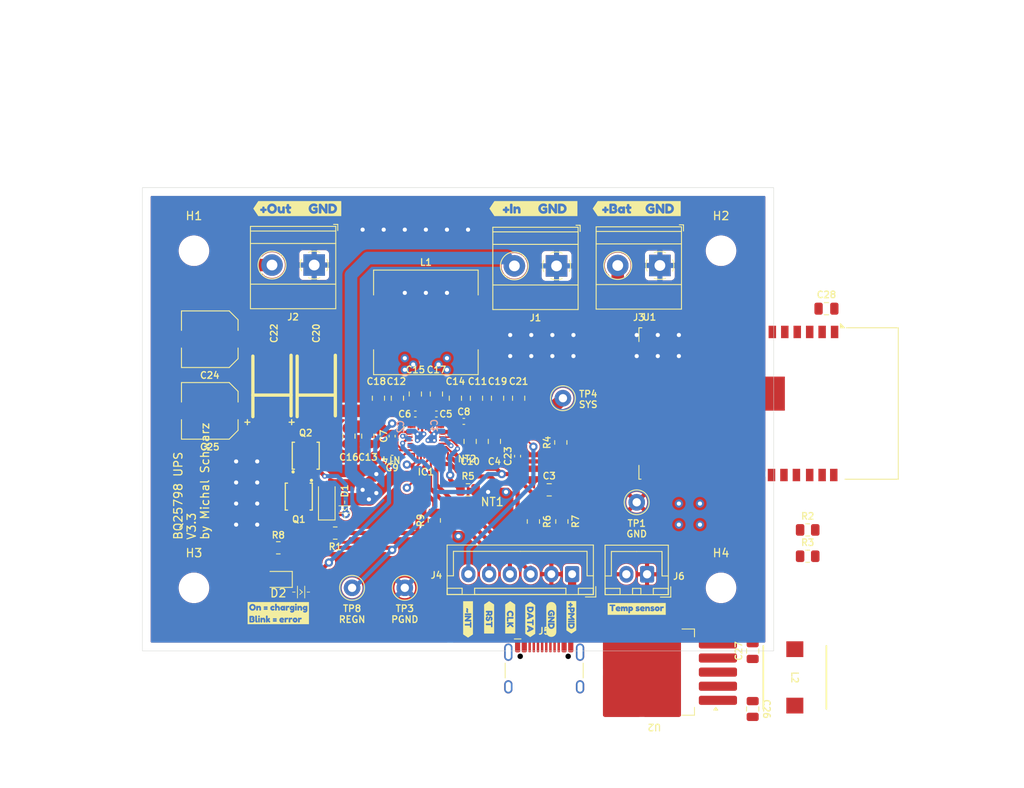
<source format=kicad_pcb>
(kicad_pcb (version 20240108) (generator "pcbnew") (generator_version "8.0")
  (layers (0 "F.Cu" signal) (1 "In1.Cu" power) (2 "In2.Cu" power) (31 "B.Cu" power) (34 "B.Paste" user) (35 "F.Paste" user) (36 "B.SilkS" user "B.Silkscreen") (37 "F.SilkS" user "F.Silkscreen") (38 "B.Mask" user) (39 "F.Mask" user) (44 "Edge.Cuts" user))
  (net 0 "")
  (net 1 "SW2")
  (net 2 "STAT")
  (net 3 "SW1")
  (net 4 "ILIM_HIZ")
  (net 5 "BTST2")
  (net 6 "VIN1")
  (net 7 "SDRV")
  (net 8 "TS")
  (net 9 "VBUS")
  (net 12 "BTST1")
  (net 13 "Net-(D1-K)")
  (net 14 "PMID")
  (net 15 "SYS")
  (net 16 "BATTERY")
  (net 17 "Net-(IC1-ACDRV1)")
  (net 18 "PGND")
  (net 19 "Net-(IC1-BATP)")
  (net 20 "Net-(IC1-PROG)")
  (net 22 "GND")
  (net 23 "REGN")
  (net 24 "Net-(D2-A)")
  (net 25 "Net-(D1-A)")
  (net 26 "Net-(IC1-VAC2)")
  (net 27 "Net-(NT4-Pad2)")
  (net 28 "/~RST")
  (net 29 "/I2C_SDA")
  (net 30 "/I2C_SCL")
  (net 31 "/~INT")
  (net 32 "Net-(U2-VIN)")
  (net 33 "Net-(U1-3V3)")
  (net 34 "Net-(J5-CC1)")
  (net 35 "Net-(J5-CC2)")
  (net 49 "Net-(U1-USB_D-)")
  (net 73 "Net-(U1-USB_D+)")
  (net 74 "Net-(U2-OUT)")
  (footprint "NetTie:NetTie-2_SMD_Pad0.5mm" (layer "F.Cu") (at 84.717 69.723 180)
    (property "Reference" "NT4")
    (property "Value" "~" (hide yes))
  )
  (footprint "kibuzzard-6810F0BF" (layer "F.Cu") (at 104.013 90.17 -90)
    (property "Reference" "kibuzzard-6810F0BF")
    (property "Value" "G***" (hide yes))
  )
  (footprint "Connector_JST:JST_XH_B2B-XH-A_1x02_P2.50mm_Vertical" (layer "F.Cu") (at 115.55 84.726 180)
    (property "Reference" "J6")
    (property "Value" "NTC temp sensor")
  )
  (footprint "Resistor_SMD:R_0805_2012Metric" (layer "F.Cu") (at 93.98 74.549)
    (property "Reference" "R5")
    (property "Value" "27k 1-2%")
  )
  (footprint "Resistor_SMD:R_0805_2012Metric" (layer "F.Cu") (at 105.283 78.359 -90)
    (property "Reference" "R7")
    (property "Value" "33k")
  )
  (footprint "Capacitor_SMD:C_0402_1005Metric" (layer "F.Cu") (at 99.949 70.485 90)
    (property "Reference" "C23")
    (property "Value" "47n 25V")
  )
  (footprint "mouser (samacsys):BQ25798RQMR_smaller_protected_area" (layer "F.Cu") (at 88.9 68.58)
    (property "Reference" "IC1")
    (property "Value" "BQ25798RQMR" (hide yes))
  )
  (footprint "Resistor_SMD:R_0805_2012Metric" (layer "F.Cu") (at 105.156 68.834 90)
    (property "Reference" "R4")
    (property "Value" "100R")
  )
  (footprint "kibuzzard-680F50CE" (layer "F.Cu") (at 101.854 40.64)
    (property "Reference" "kibuzzard-680F50CE")
    (property "Value" "G***" (hide yes))
  )
  (footprint "Resistor_SMD:R_0805_2012Metric" (layer "F.Cu") (at 71.12 81.534 180)
    (property "Reference" "R8")
    (property "Value" "2k2")
  )
  (footprint "Capacitor_SMD:C_0805_2012Metric" (layer "F.Cu") (at 81.905 68.072 -90)
    (property "Reference" "C13")
    (property "Value" "10u 25V")
  )
  (footprint "kibuzzard-680F5553" (layer "F.Cu") (at 71.12 89.408)
    (property "Reference" "kibuzzard-680F5553")
    (property "Value" "G***" (hide yes))
  )
  (footprint "Capacitor_SMD:C_0805_2012Metric" (layer "F.Cu") (at 90.17 62.992 90)
    (property "Reference" "C17")
    (property "Value" "10u 25V")
  )
  (footprint "RF_Module:ESP32-S2-WROVER" (layer "F.Cu") (at 126.365 64.135 -90)
    (property "Reference" "U1")
    (property "Value" "ESP32-S2-WROVER")
  )
  (footprint "NetTie:NetTie-2_SMD_Pad0.5mm" (layer "F.Cu") (at 93.853 72.009)
    (property "Reference" "NT2")
    (property "Value" "~" (hide yes))
  )
  (footprint "Capacitor_SMD:C_0805_2012Metric" (layer "F.Cu") (at 85.471 63.5 90)
    (property "Reference" "C12")
    (property "Value" "10u 25V")
  )
  (footprint "Capacitor_SMD:C_0805_2012Metric" (layer "F.Cu") (at 100.076 63.5 90)
    (property "Reference" "C21")
    (property "Value" "10u 25V")
  )
  (footprint "kibuzzard-68570239" (layer "F.Cu") (at 106.426 89.916 -90)
    (property "Reference" "kibuzzard-68570239" (hide yes))
    (property "Value" "G***" (hide yes))
  )
  (footprint "TerminalBlock_Phoenix:TerminalBlock_Phoenix_MKDS-1,5-2-5.08_1x02_P5.08mm_Horizontal" (layer "F.Cu") (at 104.643 47.549 180)
    (property "Reference" "J1")
    (property "Value" "Input 12V DC")
  )
  (footprint "Inductor_SMD:L_12x12mm_H6mm" (layer "F.Cu") (at 88.9 54.356 180)
    (property "Reference" "L1")
    (property "Value" "2.2uH")
  )
  (footprint "MountingHole:MountingHole_3.2mm_M3" (layer "F.Cu") (at 124.46 86.36)
    (property "Reference" "H4")
    (property "Value" "MountingHole")
  )
  (footprint "TestPoint:TestPoint_Loop_D1.80mm_Drill1.0mm_Beaded" (layer "F.Cu") (at 105.41 63.5)
    (property "Reference" "TP4")
    (property "Value" "SYS")
  )
  (footprint "mouser (samacsys):INDPM7676X435N" (layer "F.Cu") (at 133.35 97.155 -90)
    (property "Reference" "L2")
    (property "Value" "68 uH" (hide yes))
  )
  (footprint "TestPoint:TestPoint_Loop_D1.80mm_Drill1.0mm_Beaded" (layer "F.Cu") (at 114.3 76.0476)
    (property "Reference" "TP1")
    (property "Value" "GND")
  )
  (footprint "TerminalBlock_Phoenix:TerminalBlock_Phoenix_MKDS-1,5-2-5.08_1x02_P5.08mm_Horizontal" (layer "F.Cu") (at 117.094 47.498 180)
    (property "Reference" "J3")
    (property "Value" "Battery")
  )
  (footprint "Capacitor_SMD:C_Elec_6.3x5.8" (layer "F.Cu") (at 62.865 65.024 180)
    (property "Reference" "C25")
    (property "Value" "47u low ESR")
  )
  (footprint "Diode_SMD:D_SOD-123" (layer "F.Cu") (at 76.962 75.818 90)
    (property "Reference" "D1")
    (property "Value" "12V")
  )
  (footprint "kibuzzard-6810F0D5" (layer "F.Cu") (at 96.52 89.916 -90)
    (property "Reference" "kibuzzard-6810F0D5")
    (property "Value" "G***" (hide yes))
  )
  (footprint "kibuzzard-6810EFE9" (layer "F.Cu") (at 101.473 90.17 -90)
    (property "Reference" "kibuzzard-6810EFE9")
    (property "Value" "G***" (hide yes))
  )
  (footprint "Capacitor_SMD:C_0805_2012Metric" (layer "F.Cu") (at 94.996 63.5 90)
    (property "Reference" "C11")
    (property "Value" "10u 25V")
  )
  (footprint "TestPoint:TestPoint_Loop_D1.80mm_Drill1.0mm_Beaded" (layer "F.Cu") (at 80.01 86.36)
    (property "Reference" "TP8")
    (property "Value" "REGN")
  )
  (footprint "Resistor_SMD:R_0805_2012Metric" (layer "F.Cu") (at 134.8975 82.55)
    (property "Reference" "R3")
    (property "Value" "5k1")
  )
  (footprint "Capacitor_SMD:C_0805_2012Metric" (layer "F.Cu") (at 87.63 62.992 90)
    (property "Reference" "C15")
    (property "Value" "10u 25V")
  )
  (footprint "kibuzzard-680F50E1" (layer "F.Cu") (at 114.3 40.64)
    (property "Reference" "kibuzzard-680F50E1")
    (property "Value" "G***" (hide yes))
  )
  (footprint "easyeda2kicad:CASE-D_7343" (layer "F.Cu") (at 70.358 62.024 -90)
    (property "Reference" "C22")
    (property "Value" "47u POSCAP")
  )
  (footprint "MountingHole:MountingHole_3.2mm_M3" (layer "F.Cu") (at 124.46 45.72)
    (property "Reference" "H2")
    (property "Value" "MountingHole")
  )
  (footprint "Connector_JST:JST_XH_B6B-XH-A_1x06_P2.50mm_Vertical" (layer "F.Cu") (at 106.52 84.709 180)
    (property "Reference" "J4")
    (property "Value" "Conn_01x06_Pin")
  )
  (footprint "Capacitor_SMD:C_0805_2012Metric" (layer "F.Cu") (at 97.155 68.707 -90)
    (property "Reference" "C4")
    (property "Value" "10u 25V")
  )
  (footprint "kibuzzard-6810F062" (layer "F.Cu") (at 93.98 90.17 -90)
    (property "Reference" "kibuzzard-6810F062")
    (property "Value" "G***" (hide yes))
  )
  (footprint "Capacitor_SMD:C_0805_2012Metric" (layer "F.Cu") (at 92.456 63.5 90)
    (property "Reference" "C14")
    (property "Value" "10u 25V")
  )
  (footprint "kibuzzard-680F50F5" (layer "F.Cu") (at 73.406 40.64)
    (property "Reference" "kibuzzard-680F50F5")
    (property "Value" "G***" (hide yes))
  )
  (footprint "Capacitor_SMD:C_0402_1005Metric" (layer "F.Cu") (at 93.472 66.294)
    (property "Reference" "C8")
    (property "Value" "1nF, 50V")
  )
  (footprint "kibuzzard-6810F0CD" (layer "F.Cu") (at 99.06 89.916 -90)
    (property "Reference" "kibuzzard-6810F0CD")
    (property "Value" "G***" (hide yes))
  )
  (footprint "MountingHole:MountingHole_3.2mm_M3" (layer "F.Cu") (at 60.96 86.36)
    (property "Reference" "H3")
    (property "Value" "MountingHole")
  )
  (footprint "TerminalBlock_Phoenix:TerminalBlock_Phoenix_MKDS-1,5-2-5.08_1x02_P5.08mm_Horizontal" (layer "F.Cu") (at 75.443 47.447 180)
    (property "Reference" "J2")
    (property "Value" "Output 12V DC")
  )
  (footprint "Capacitor_SMD:C_0402_1005Metric" (layer "F.Cu") (at 84.836 68.072 -90)
    (property "Reference" "C7")
    (property "Value" "100n 25V")
  )
  (footprint "Capacitor_SMD:C_0402_1005Metric" (layer "F.Cu") (at 87.63 65.405)
    (property "Reference" "C6")
    (property "Value" "100n 25V")
  )
  (footprint "Capacitor_SMD:C_0805_2012Metric" (layer "F.Cu") (at 97.536 63.5 90)
    (property "Reference" "C19")
    (property "Value" "10u 25V")
  )
  (footprint "easyeda2kicad:CASE-D_7343" (layer "F.Cu") (at 75.692 62.024 -90)
    (property "Reference" "C20")
    (property "Value" "47u POSCAP")
  )
  (footprint "Capacitor_SMD:C_0402_1005Metric" (layer "F.Cu") (at 90.17 65.405 180)
    (property "Reference" "C5")
    (property "Value" "100n 25V")
  )
  (footprint "Resistor_SMD:R_0805_2012Metric" (layer "F.Cu") (at 89.916 78.232 90)
    (property "Reference" "R9")
    (property "Value" "10k")
  )
  (footprint "easyeda2kicad:DFN-8_L3.3-W3.3-P0.65-BL-3" (layer "F.Cu") (at 74.422 70.414)
    (property "Reference" "Q2")
    (property "Value" "AON7528")
  )
  (footprint "Capacitor_SMD:C_0805_2012Metric" (layer "F.Cu") (at 94.234 68.707 -90)
    (property "Reference" "C10")
    (property "Value" "10u 25V")
  )
  (footprint "Connector_USB:USB_C_Receptacle_HCTL_HC-TYPE-C-16P-01A" (layer "F.Cu") (at 103.155 97.22)
    (property "Reference" "J5")
    (property "Value" "USB_C_Receptacle_USB2.0_14P")
  )
  (footprint "Resistor_SMD:R_0805_2012Metric" (layer "F.Cu") (at 134.8975 79.375)
    (property "Reference" "R2")
    (property "Value" "5k1")
  )
  (footprint "MountingHole:MountingHole_3.2mm_M3" (layer "F.Cu") (at 60.96 45.72)
    (property "Reference" "H1")
    (property "Value" "MountingHole")
  )
  (footprint "Capacitor_SMD:C_0805_2012Metric" (layer "F.Cu") (at 137.16 52.705)
    (property "Reference" "C28")
    (property "Value" "10u 25V")
  )
  (footprint "kibuzzard-680FCC32" (layer "F.Cu") (at 114.3 88.9)
    (property "Reference" "kibuzzard-680FCC32")
    (property "Value" "G***" (hide yes))
  )
  (footprint "LED_SMD:LED_0805_2012Metric" (layer "F.Cu") (at 71.12 85.344 180)
    (property "Reference" "D2")
    (property "Value" "LED")
  )
  (footprint "Capacitor_SMD:C_Elec_6.3x5.8" (layer "F.Cu") (at 62.865 56.388 180)
    (property "Reference" "C24")
    (property "Value" "47u low ESR")
  )
  (footprint "Resistor_SMD:R_0805_2012Metric" (layer "F.Cu") (at 77.978 79.756 180)
    (property "Reference" "R1")
    (property "Value" "270R")
  )
  (footprint "Capacitor_SMD:C_0805_2012Metric" (layer "F.Cu") (at 103.759 74.549)
    (property "Reference" "C3")
    (property "Value" "4.7u 10V")
  )
  (footprint "NetTie:NetTie-2_SMD_Pad0.5mm" (layer "F.Cu") (at 96.893 74.803 180)
    (property "Reference" "NT1")
    (property "Value" "~" (hide yes))
  )
  (footprint "Package_TO_SOT_SMD:TO-263-5_TabPin3" (layer "F.Cu") (at 116.435 96.52 180)
    (property "Reference" "U2")
    (property "Value" "LM2596S-3.3")
  )
  (footprint "Capacitor_SMD:C_0805_2012Metric" (layer "F.Cu") (at 79.629 68.072 -90)
    (property "Reference" "C16")
    (property "Value" "10u 25V")
  )
  (footprint "Resistor_SMD:R_0805_2012Metric" (layer "F.Cu") (at 101.854 78.359 -90)
    (property "Reference" "R6")
    (property "Value" "5k6")
  )
  (footprint "easyeda2kicad:DFN-8_L3.3-W3.3-P0.65-BL-3" (layer "F.Cu") (at 73.594 75.374 180)
    (property "Reference" "Q1")
    (property "Value" "AON7528")
  )
  (footprint "TestPoint:TestPoint_Loop_D1.80mm_Drill1.0mm_Beaded" (layer "F.Cu") (at 86.36 86.36)
    (property "Reference" "TP3")
    (property "Value" "PGND")
  )
  (footprint "Capacitor_SMD:C_0402_1005Metric" (layer "F.Cu") (at 84.836 70.739 180)
    (property "Reference" "C9")
    (property "Value" "100n 25V")
  )
  (footprint "Capacitor_SMD:C_0805_2012Metric" (layer "F.Cu") (at 128.27 100.965 -90)
    (property "Reference" "C26")
    (property "Value" "470u 50V")
  )
  (footprint "Capacitor_SMD:C_0805_2012Metric" (layer "F.Cu") (at 83.185 63.5 90)
    (property "Reference" "C18")
    (property "Value" "10u 25V")
  )
  (footprint "Capacitor_SMD:C_0805_2012Metric" (layer "F.Cu") (at 128.27 93.98 90)
    (property "Reference" "C27")
    (property "Value" "220u 25V")
  )
  (footprint "Capacitor_SMD:C_0402_1005Metric" (layer "B.Cu") (at 86.868 67.945 90)
    (property "Reference" "C2")
    (property "Value" "47n 25V")
  )
  (footprint "Capacitor_SMD:C_0402_1005Metric" (layer "B.Cu") (at 90.932 67.945 -90)
    (property "Reference" "C1")
    (property "Value" "47n 25V")
  )
  (gr_rect (start 54.748458 38.109314) (end 130.797338 93.967338) (stroke (width 0.05)) (fill none) (layer "Edge.Cuts"))
  (gr_text "BQ25798 UPS\nV3.3\nby Michal Schwarz" (at 62.865 80.645 90) (layer "F.SilkS") (effects (font (size 1 1) (thickness 0.15) (bold yes)) (justify left bottom)))
  (gr_text "+" (at 66.802 66.802 0) (layer "F.SilkS") (effects (font (size 0.8 0.8) (thickness 0.15) (bold yes)) (justify left bottom)))
  (gr_text "-|<|-" (at 75.057 86.36 180) (layer "F.SilkS") (effects (font (size 1 0.4) (thickness 0.1) (bold yes)) (justify left bottom)))
  (gr_text "+" (at 72.136 66.802 0) (layer "F.SilkS") (effects (font (size 0.8 0.8) (thickness 0.15) (bold yes)) (justify left bottom)))
  (gr_text "-|<|-" (at 79.629 78.105 90) (layer "F.SilkS") (effects (font (size 1 0.4) (thickness 0.1) (bold yes)) (justify left bottom)))
  (segment (start 89.35 67.506) (end 89.662 67.818) (width 0.25) (layer "F.Cu") (net 1))
  (segment (start 89.35 66.88) (end 89.35 67.506) (width 0.25) (layer "F.Cu") (net 1))
  (segment (start 89.888 67.818) (end 89.888 67.846) (width 0.6) (layer "F.Cu") (net 1))
  (segment (start 89.888 68.552) (end 89.916 68.58) (width 0.6) (layer "F.Cu") (net 1))
  (segment (start 89.662 67.818) (end 89.888 67.818) (width 0.25) (layer "F.Cu") (net 1))
  (segment (start 89.888 67.846) (end 89.154 68.58) (width 0.6) (layer "F.Cu") (net 1))
  (segment (start 89.154 68.58) (end 89.916 68.58) (width 0.6) (layer "F.Cu") (net 1))
  (segment (start 93.85 54.356) (end 93.85 56.01) (width 1.5) (layer "F.Cu") (net 1))
  (segment (start 89.888 67.818) (end 89.888 68.552) (width 0.6) (layer "F.Cu") (net 1))
  (via (at 90.424 59.436) (size 1) (drill 0.5) (layers "F.Cu" "B.Cu") (net 1))
  (via (at 89.154 68.58) (size 0.6) (drill 0.3) (layers "F.Cu" "B.Cu") (net 1))
  (via (at 91.44 60.071) (size 1) (drill 0.5) (layers "F.Cu" "B.Cu") (net 1))
  (via (at 89.888 67.818) (size 0.6) (drill 0.3) (layers "F.Cu" "B.Cu") (net 1))
  (via (at 91.44 58.674) (size 1) (drill 0.5) (layers "F.Cu" "B.Cu") (net 1))
  (via (at 89.916 68.58) (size 0.6) (drill 0.3) (layers "F.Cu" "B.Cu") (net 1))
  (segment (start 89.916 67.818) (end 89.916 68.58) (width 0.6) (layer "B.Cu") (net 1))
  (segment (start 90.269 67.465) (end 89.154 68.58) (width 0.6) (layer "B.Cu") (net 1))
  (segment (start 90.269 67.465) (end 89.916 67.818) (width 0.6) (layer "B.Cu") (net 1))
  (segment (start 90.269 67.465) (end 90.932 67.465) (width 0.6) (layer "B.Cu") (net 1))
  (segment (start 89.154 68.58) (end 89.916 68.58) (width 0.6) (layer "B.Cu") (net 1))
  (segment (start 72.52 85.344) (end 75.184 85.344) (width 0.5) (layer "F.Cu") (net 2))
  (segment (start 75.184 85.344) (end 77.216 83.312) (width 0.5) (layer "F.Cu") (net 2))
  (segment (start 87.075 66.98) (end 86.643 66.548) (width 0.25) (layer "F.Cu") (net 2))
  (segment (start 86.643 66.548) (end 84.836 66.548) (width 0.25) (layer "F.Cu") (net 2))
  (via (at 77.216 83.312) (size 1) (drill 0.5) (layers "F.Cu" "B.Cu") (net 2))
  (via (at 84.836 66.548) (size 1) (drill 0.5) (layers "F.Cu" "B.Cu") (net 2))
  (segment (start 84.455 76.073) (end 77.216 83.312) (width 0.5) (layer "B.Cu") (net 2))
  (segment (start 82.804 70.657588) (end 84.455 72.308588) (width 0.5) (layer "B.Cu") (net 2))
  (segment (start 84.455 72.308588) (end 84.455 76.073) (width 0.5) (layer "B.Cu") (net 2))
  (segment (start 82.804 68.58) (end 82.804 70.657588) (width 0.5) (layer "B.Cu") (net 2))
  (segment (start 84.836 66.548) (end 82.804 68.58) (width 0.5) (layer "B.Cu") (net 2))
  (segment (start 87.884 67.818) (end 87.884 68.58) (width 0.6) (layer "F.Cu") (net 3))
  (segment (start 88.45 66.88) (end 88.45 67.76) (width 0.25) (layer "F.Cu") (net 3))
  (segment (start 83.95 54.356) (end 83.95 56.01) (width 1.5) (layer "F.Cu") (net 3))
  (segment (start 87.884 68.58) (end 88.646 67.818) (width 0.6) (layer "F.Cu") (net 3))
  (segment (start 88.45 67.76) (end 88.392 67.818) (width 0.25) (layer "F.Cu") (net 3))
  (segment (start 88.392 67.818) (end 88.646 67.818) (width 0.6) (layer "F.Cu") (net 3))
  (segment (start 87.884 67.818) (end 88.392 67.818) (width 0.6) (layer "F.Cu") (net 3))
  (via (at 87.884 67.818) (size 0.6) (drill 0.3) (layers "F.Cu" "B.Cu") (net 3))
  (via (at 87.884 68.58) (size 0.6) (drill 0.3) (layers "F.Cu" "B.Cu") (net 3))
  (via (at 87.376 59.436) (size 1) (drill 0.5) (layers "F.Cu" "B.Cu") (net 3))
  (via (at 88.646 67.818) (size 0.6) (drill 0.3) (layers "F.Cu" "B.Cu") (net 3))
  (via (at 86.36 60.071) (size 1) (drill 0.5) (layers "F.Cu" "B.Cu") (net 3))
  (via (at 86.36 58.674) (size 1) (drill 0.5) (layers "F.Cu" "B.Cu") (net 3))
  (segment (start 87.884 68.58) (end 88.646 67.818) (width 0.6) (layer "B.Cu") (net 3))
  (segment (start 86.868 67.465) (end 87.531 67.465) (width 0.6) (layer "B.Cu") (net 3))
  (segment (start 88.646 67.818) (end 87.884 67.818) (width 0.6) (layer "B.Cu") (net 3))
  (segment (start 87.531 67.465) (end 87.884 67.818) (width 0.6) (layer "B.Cu") (net 3))
  (segment (start 87.884 67.818) (end 87.884 68.58) (width 0.6) (layer "B.Cu") (net 3))
  (segment (start 90.75 69.78) (end 91.253 69.78) (width 0.25) (layer "F.Cu") (net 4))
  (segment (start 93.226 71.89) (end 93.226 72.009) (width 0.5) (layer "F.Cu") (net 4))
  (segment (start 91.567 70.739) (end 91.659 70.831) (width 0.5) (layer "F.Cu") (net 4))
  (segment (start 91.567 70.094) (end 91.567 70.739) (width 0.25) (layer "F.Cu") (net 4))
  (segment (start 91.253 69.78) (end 91.567 70.094) (width 0.25) (layer "F.Cu") (net 4))
  (segment (start 91.659 70.831) (end 92.167 70.831) (width 0.5) (layer "F.Cu") (net 4))
  (segment (start 92.167 70.831) (end 93.226 71.89) (width 0.5) (layer "F.Cu") (net 4))
  (segment (start 91.683229 69.218255) (end 91.444974 68.98) (width 0.25) (layer "F.Cu") (net 5))
  (segment (start 91.930719 69.218255) (end 91.683229 69.218255) (width 0.25) (layer "F.Cu") (net 5))
  (segment (start 91.444974 68.98) (end 90.76 68.98) (width 0.25) (layer "F.Cu") (net 5))
  (via (at 91.930719 69.218255) (size 0.6) (drill 0.3) (layers "F.Cu" "B.Cu") (net 5))
  (segment (start 91.137464 68.425) (end 90.932 68.425) (width 0.25) (layer "B.Cu") (net 5))
  (segment (start 91.930719 69.218255) (end 91.137464 68.425) (width 0.5) (layer "B.Cu") (net 5))
  (segment (start 81.28 74.549) (end 82.55 74.549) (width 1.5) (layer "F.Cu") (net 6))
  (segment (start 86.411 70.18) (end 86.233 70.358) (width 0.25) (layer "F.Cu") (net 6))
  (segment (start 82.55 74.549) (end 82.931 74.93) (width 1.5) (layer "F.Cu") (net 6))
  (segment (start 82.177 75.684) (end 82.05 75.684) (width 1.5) (layer "F.Cu") (net 6))
  (segment (start 85.344 72.517) (end 82.931 74.93) (width 1.5) (layer "F.Cu") (net 6))
  (segment (start 86.233 70.358) (end 85.697 70.358) (width 0.25) (layer "F.Cu") (net 6))
  (segment (start 82.05 75.684) (end 82.042 75.692) (width 1.5) (layer "F.Cu") (net 6))
  (segment (start 82.034 75.684) (end 81.28 75.684) (width 1.5) (layer "F.Cu") (net 6))
  (segment (start 87.05 70.18) (end 86.411 70.18) (width 0.25) (layer "F.Cu") (net 6))
  (segment (start 85.316 72.489) (end 85.344 72.517) (width 0.5) (layer "F.Cu") (net 6))
  (segment (start 85.697 70.358) (end 85.316 70.739) (width 0.25) (layer "F.Cu") (net 6))
  (segment (start 82.042 75.692) (end 82.034 75.684) (width 1.5) (layer "F.Cu") (net 6))
  (segment (start 81.28 75.684) (end 81.28 74.549) (width 1.5) (layer "F.Cu") (net 6))
  (segment (start 81.28 75.684) (end 73.594 75.684) (width 1.5) (layer "F.Cu") (net 6))
  (segment (start 85.316 70.739) (end 85.316 72.489) (width 0.5) (layer "F.Cu") (net 6))
  (segment (start 82.931 74.93) (end 82.177 75.684) (width 1.5) (layer "F.Cu") (net 6))
  (via (at 81.28 74.549) (size 1) (drill 0.5) (layers "F.Cu" "B.Cu") (net 6))
  (via (at 82.931 74.93) (size 1) (drill 0.5) (layers "F.Cu" "B.Cu") (net 6))
  (via (at 82.042 75.692) (size 1) (drill 0.5) (layers "F.Cu" "B.Cu") (net 6))
  (segment (start 81.28 73.914) (end 81.28 74.549) (width 1.5) (layer "B.Cu") (net 6))
  (segment (start 81.915 73.914) (end 81.28 73.914) (width 1.5) (layer "B.Cu") (net 6))
  (segment (start 81.915 46.609) (end 79.883 48.641) (width 1.5) (layer "B.Cu") (net 6))
  (segment (start 99.563 47.549) (end 98.623 46.609) (width 1.5) (layer "B.Cu") (net 6))
  (segment (start 82.296 75.565) (end 82.804 75.057) (width 1.5) (layer "B.Cu") (net 6))
  (segment (start 81.28 75.565) (end 82.296 75.565) (width 1.5) (layer "B.Cu") (net 6))
  (segment (start 81.28 74.549) (end 81.28 75.565) (width 1.5) (layer "B.Cu") (net 6))
  (segment (start 79.883 48.641) (end 79.883 72.517) (width 1.5) (layer "B.Cu") (net 6))
  (segment (start 82.931 74.93) (end 81.915 73.914) (width 1.5) (layer "B.Cu") (net 6))
  (segment (start 98.623 46.609) (end 81.915 46.609) (width 1.5) (layer "B.Cu") (net 6))
  (segment (start 79.883 72.517) (end 81.28 73.914) (width 1.5) (layer "B.Cu") (net 6))
  (segment (start 90.725 66.98) (end 91.411 66.294) (width 0.25) (layer "F.Cu") (net 7))
  (segment (start 91.411 66.294) (end 92.71 66.294) (width 0.25) (layer "F.Cu") (net 7))
  (segment (start 90.55 70.18) (end 90.3 70.43) (width 0.25) (layer "F.Cu") (net 8))
  (segment (start 91.116 71.431) (end 91.878 71.431) (width 0.5) (layer "F.Cu") (net 8))
  (segment (start 101.854 79.2715) (end 105.283 79.2715) (width 0.5) (layer "F.Cu") (net 8))
  (segment (start 99.949 77.3665) (end 101.854 79.2715) (width 0.5) (layer "F.Cu") (net 8))
  (segment (start 97.546474 73.787) (end 99.06 73.787) (width 0.5) (layer "F.Cu") (net 8))
  (segment (start 91.059 71.374) (end 90.3 70.615) (width 0.25) (layer "F.Cu") (net 8))
  (segment (start 91.059 71.374) (end 91.116 71.431) (width 0.5) (layer "F.Cu") (net 8))
  (segment (start 110.7375 84.726) (end 113.05 84.726) (width 0.5) (layer "F.Cu") (net 8))
  (segment (start 99.949 74.676) (end 99.949 77.3665) (width 0.5) (layer "F.Cu") (net 8))
  (segment (start 96.694474 72.935) (end 97.546474 73.787) (width 0.5) (layer "F.Cu") (net 8))
  (segment (start 91.878 71.431) (end 92.626 72.179) (width 0.5) (layer "F.Cu") (net 8))
  (segment (start 105.283 79.2715) (end 110.7375 84.726) (width 0.5) (layer "F.Cu") (net 8))
  (segment (start 90.3 70.615) (end 90.3 70.43) (width 0.25) (layer "F.Cu") (net 8))
  (segment (start 99.06 73.787) (end 99.949 74.676) (width 0.5) (layer "F.Cu") (net 8))
  (segment (start 93.303472 72.935) (end 96.694474 72.935) (width 0.5) (layer "F.Cu") (net 8))
  (segment (start 90.753 70.18) (end 90.55 70.18) (width 0.25) (layer "F.Cu") (net 8))
  (segment (start 92.626 72.257528) (end 93.303472 72.935) (width 0.5) (layer "F.Cu") (net 8))
  (segment (start 92.626 72.179) (end 92.626 72.257528) (width 0.5) (layer "F.Cu") (net 8))
  (segment (start 84.836 67.592) (end 84.102 67.592) (width 0.5) (layer "F.Cu") (net 9))
  (segment (start 79.629 67.122) (end 79.822 66.929) (width 1.5) (layer "F.Cu") (net 9))
  (segment (start 84.102 67.592) (end 84.074 67.564) (width 0.5) (layer "F.Cu") (net 9))
  (segment (start 83.175 66.929) (end 83.683 67.437) (width 1.5) (layer "F.Cu") (net 9))
  (segment (start 79.822 66.929) (end 83.175 66.929) (width 1.5) (layer "F.Cu") (net 9))
  (segment (start 86.214 68.18) (end 86.106 68.072) (width 0.25) (layer "F.Cu") (net 12))
  (segment (start 87 68.18) (end 86.214 68.18) (width 0.25) (layer "F.Cu") (net 12))
  (via (at 86.106 68.072) (size 0.6) (drill 0.3) (layers "F.Cu" "B.Cu") (net 12))
  (segment (start 86.106 68.072) (end 86.388 68.072) (width 0.5) (layer "B.Cu") (net 12))
  (segment (start 86.388 68.072) (end 86.741 68.425) (width 0.5) (layer "B.Cu") (net 12))
  (segment (start 71.628 74.422) (end 72.136 73.914) (width 0.5) (layer "F.Cu") (net 13))
  (segment (start 78.486 77.47) (end 78.488 77.468) (width 0.5) (layer "F.Cu") (net 13))
  (segment (start 76.708 77.978) (end 72.263 77.978) (width 0.5) (layer "F.Cu") (net 13))
  (segment (start 78.484 77.468) (end 78.486 77.47) (width 0.5) (layer "F.Cu") (net 13))
  (segment (start 78.488 77.468) (end 79.246 77.468) (width 0.5) (layer "F.Cu") (net 13))
  (segment (start 76.962 79.6525) (end 77.0655 79.756) (width 0.5) (layer "F.Cu") (net 13))
  (segment (start 76.962 77.468) (end 78.484 77.468) (width 0.5) (layer "F.Cu") (net 13))
  (segment (start 79.246 77.468) (end 79.248 77.47) (width 0.5) (layer "F.Cu") (net 13))
  (segment (start 75.684 71.874) (end 76.708 72.898) (width 0.5) (layer "F.Cu") (net 13))
  (segment (start 75.402 71.874) (end 75.684 71.874) (width 0.5) (layer "F.Cu") (net 13))
  (segment (start 72.263 77.978) (end 71.628 77.343) (width 0.5) (layer "F.Cu") (net 13))
  (segment (start 76.962 77.468) (end 76.962 79.6525) (width 0.5) (layer "F.Cu") (net 13))
  (segment (start 72.136 73.914) (end 72.614 73.914) (width 0.5) (layer "F.Cu") (net 13))
  (segment (start 76.962 78.232) (end 76.708 77.978) (width 0.5) (layer "F.Cu") (net 13))
  (segment (start 76.962 77.468) (end 76.962 78.232) (width 0.5) (layer "F.Cu") (net 13))
  (segment (start 71.628 77.343) (end 71.628 74.422) (width 0.5) (layer "F.Cu") (net 13))
  (via (at 76.708 72.898) (size 0.6) (drill 0.3) (layers "F.Cu" "B.Cu") (net 13))
  (via (at 79.248 77.47) (size 1) (drill 0.5) (layers "F.Cu" "B.Cu") (net 13))
  (segment (start 76.708 72.898) (end 78.232 72.898) (width 0.5) (layer "B.Cu") (net 13))
  (segment (start 79.248 73.914) (end 79.248 77.47) (width 0.5) (layer "B.Cu") (net 13))
  (segment (start 78.232 72.898) (end 79.248 73.914) (width 0.5) (layer "B.Cu") (net 13))
  (segment (start 106.52 84.709) (end 106.52 86.774) (width 1) (layer "F.Cu") (net 14))
  (segment (start 88 66.88) (end 88 66.255) (width 0.25) (layer "F.Cu") (net 14))
  (segment (start 65.278 64.008) (end 65.278 48.768) (width 1.5) (layer "F.Cu") (net 14))
  (segment (start 87.785 66.04) (end 87.77351 66.04) (width 0.25) (layer "F.Cu") (net 14))
  (segment (start 86.548 65.024) (end 66.294 65.024) (width 1.5) (layer "F.Cu") (net 14))
  (segment (start 87.77351 66.04) (end 87.15 65.41649) (width 0.25) (layer "F.Cu") (net 14))
  (segment (start 70.358 89.154) (end 67.31 86.106) (width 1) (layer "F.Cu") (net 14))
  (segment (start 67.31 86.106) (end 67.31 65.024) (width 1) (layer "F.Cu") (net 14))
  (segment (start 88 66.255) (end 87.785 66.04) (width 0.25) (layer "F.Cu") (net 14))
  (segment (start 87.15 65.41649) (end 87.15 65.405) (width 0.25) (layer "F.Cu") (net 14))
  (segment (start 65.278 48.768) (end 66.599 47.447) (width 1.5) (layer "F.Cu") (net 14))
  (segment (start 66.294 65.024) (end 65.278 64.008) (width 1.5) (layer "F.Cu") (net 14))
  (segment (start 66.599 47.447) (end 70.363 47.447) (width 1.5) (layer "F.Cu") (net 14))
  (segment (start 106.52 86.774) (end 104.14 89.154) (width 1) (layer "F.Cu") (net 14))
  (segment (start 87.63 63.942) (end 86.548 65.024) (width 1) (layer "F.Cu") (net 14))
  (segment (start 104.14 89.154) (end 70.358 89.154) (width 1) (layer "F.Cu") (net 14))
  (segment (start 89.8 66.255) (end 90.65 65.405) (width 0.25) (layer "F.Cu") (net 15))
  (segment (start 91.059 64.831) (end 90.17 63.942) (width 1) (layer "F.Cu") (net 15))
  (segment (start 91.755 65.151) (end 91.059 65.151) (width 1) (layer "F.Cu") (net 15))
  (segment (start 103.966 64.944) (end 92.409 64.944) (width 1.5) (layer "F.Cu") (net 15))
  (segment (start 90.678 64.45) (end 90.17 63.942) (width 1) (layer "F.Cu") (net 15))
  (segment (start 91.059 65.151) (end 91.059 64.831) (width 1) (layer "F.Cu") (net 15))
  (segment (start 92.456 64.45) (end 90.678 64.45) (width 1) (layer "F.Cu") (net 15))
  (segment (start 89.8 66.88) (end 89.8 66.255) (width 0.25) (layer "F.Cu") (net 15))
  (segment (start 92.456 64.45) (end 91.755 65.151) (width 1) (layer "F.Cu") (net 15))
  (segment (start 105.41 63.5) (end 103.966 64.944) (width 1.5) (layer "F.Cu") (net 15))
  (segment (start 107.696 67.564) (end 92.71 67.564) (width 1) (layer "F.Cu") (net 16))
  (segment (start 90.8 67.78) (end 91.097 67.78) (width 0.25) (layer "F.Cu") (net 16))
  (segment (start 107.696 67.564) (end 112.014 63.246) (width 1.5) (layer "F.Cu") (net 16))
  (segment (start 91.129 67.38) (end 90.8 67.38) (width 0.25) (layer "F.Cu") (net 16))
  (segment (start 91.313 67.564) (end 92.71 67.564) (width 0.5) (layer "F.Cu") (net 16))
  (segment (start 91.313 67.564) (end 91.129 67.38) (width 0.25) (layer "F.Cu") (net 16))
  (segment (start 91.097 67.78) (end 91.313 67.564) (width 0.25) (layer "F.Cu") (net 16))
  (segment (start 112.014 63.246) (end 112.014 47.498) (width 1.5) (layer "F.Cu") (net 16))
  (segment (start 88.3 71.212) (end 88.3 70.48) (width 0.25) (layer "F.Cu") (net 17))
  (segment (start 87.884 71.882) (end 87.884 79.756) (width 0.5) (layer "F.Cu") (net 17))
  (segment (start 87.884 79.756) (end 78.8905 79.756) (width 0.5) (layer "F.Cu") (net 17))
  (segment (start 87.884 71.628) (end 88.3 71.212) (width 0.25) (layer "F.Cu") (net 17))
  (segment (start 87.884 71.882) (end 87.884 71.628) (width 0.25) (layer "F.Cu") (net 17))
  (segment (start 89.035 65.405) (end 88.9 65.54) (width 0.5) (layer "F.Cu") (net 18))
  (segment (start 88.9 65.913) (end 88.9 65.54) (width 0.25) (layer "F.Cu") (net 18))
  (segment (start 89.408 65.405) (end 89.69 65.405) (width 0.25) (layer "F.Cu") (net 18))
  (segment (start 88.9 65.913) (end 88.392 65.405) (width 0.25) (layer "F.Cu") (net 18))
  (segment (start 89.69 65.405) (end 89.035 65.405) (width 0.5) (layer "F.Cu") (net 18))
  (segment (start 88.9 66.88) (end 88.9 65.913) (width 0.25) (layer "F.Cu") (net 18))
  (segment (start 88.11 65.405) (end 88.765 65.405) (width 0.5) (layer "F.Cu") (net 18))
  (segment (start 88.9 65.913) (end 89.408 65.405) (width 0.25) (layer "F.Cu") (net 18))
  (segment (start 88.392 65.405) (end 88.11 65.405) (width 0.25) (layer "F.Cu") (net 18))
  (segment (start 88.765 65.405) (end 88.9 65.54) (width 0.5) (layer "F.Cu") (net 18))
  (via (at 91.44 50.8) (size 1) (drill 0.5) (layers "F.Cu" "B.Cu") (net 18))
  (via (at 104.14 58.42) (size 1) (drill 0.5) (layers "F.Cu" "B.Cu") (net 18))
  (via (at 99.06 58.42) (size 1) (drill 0.5) (layers "F.Cu" "B.Cu") (net 18))
  (via (at 66.04 76.2) (size 1) (drill 0.5) (layers "F.Cu" "B.Cu") (net 18))
  (via (at 83.82 43.18) (size 1) (drill 0.5) (layers "F.Cu" "B.Cu") (net 18))
  (via (at 119.38 55.88) (size 1) (drill 0.5) (layers "F.Cu" "B.Cu") (net 18))
  (via (at 68.58 71.12) (size 1) (drill 0.5) (layers "F.Cu" "B.Cu") (net 18))
  (via (at 104.14 55.88) (size 1) (drill 0.5) (layers "F.Cu" "B.Cu") (net 18))
  (via (at 101.6 55.88) (size 1) (drill 0.5) (layers "F.Cu" "B.Cu") (net 18))
  (via (at 91.44 43.18) (size 1) (drill 0.5) (layers "F.Cu" "B.Cu") (net 18))
  (via (at 106.68 55.88) (size 1) (drill 0.5) (layers "F.Cu" "B.Cu") (net 18))
  (via (at 86.36 50.8) (size 1) (drill 0.5) (layers "F.Cu" "B.Cu") (net 18))
  (via (at 119.38 58.42) (size 1) (drill 0.5) (layers "F.Cu" "B.Cu") (net 18))
  (via (at 116.84 58.42) (size 1) (drill 0.5) (layers "F.Cu" "B.Cu") (net 18))
  (via (at 106.68 58.42) (size 1) (drill 0.5) (layers "F.Cu" "B.Cu") (net 18))
  (via (at 114.3 58.42) (size 1) (drill 0.5) (layers "F.Cu" "B.Cu") (net 18))
  (via (at 81.28 43.18) (size 1) (drill 0.5) (layers "F.Cu" "B.Cu") (net 18))
  (via (at 88.9 43.18) (size 1) (drill 0.5) (layers "F.Cu" "B.Cu") (net 18))
  (via (at 93.98 43.18) (size 1) (drill 0.5) (layers "F.Cu" "B.Cu") (net 18))
  (via (at 68.58 76.2) (size 1) (drill 0.5) (layers "F.Cu" "B.Cu") (net 18))
  (via (at 96.393 74.803) (size 1) (drill 0.5) (layers "F.Cu" "B.Cu") (net 18))
  (via (at 66.04 71.12) (size 1) (drill 0.5) (layers "F.Cu" "B.Cu") (net 18))
  (via (at 66.04 73.66) (size 1) (drill 0.5) (layers "F.Cu" "B.Cu") (net 18))
  (via (at 116.84 55.88) (size 1) (drill 0.5) (layers "F.Cu" "B.Cu") (net 18))
  (via (at 101.6 58.42) (size 1) (drill 0.5) (layers "F.Cu" "B.Cu") (net 18))
  (via (at 86.36 43.18) (size 1) (drill 0.5) (layers "F.Cu" "B.Cu") (net 18))
  (via (at 68.58 78.74) (size 1) (drill 0.5) (layers "F.Cu" "B.Cu") (net 18))
  (via (at 66.04 78.74) (size 1) (drill 0.5) (layers "F.Cu" "B.Cu") (net 18))
  (via (at 68.58 73.66) (size 1) (drill 0.5) (layers "F.Cu" "B.Cu") (net 18))
  (via (at 82.931 72.644) (size 1) (drill 0.5) (layers "F.Cu" "B.Cu") (net 18))
  (via (at 88.9 50.8) (size 1) (drill 0.5) (layers "F.Cu" "B.Cu") (net 18))
  (via (at 99.06 55.88) (size 1) (drill 0.5) (layers "F.Cu" "B.Cu") (net 18))
  (via (at 114.3 55.88) (size 1) (drill 0.5) (layers "F.Cu" "B.Cu") (net 18))
  (segment (start 92.075 70.104) (end 92.071974 70.104) (width 0.25) (layer "F.Cu") (net 19))
  (segment (start 92.071974 70.104) (end 91.347974 69.38) (width 0.25) (layer "F.Cu") (net 19))
  (segment (start 92.456 70.231) (end 93.345 71.12) (width 0.5) (layer "F.Cu") (net 19))
  (segment (start 93.345 71.12) (end 103.7825 71.12) (width 0.5) (layer "F.Cu") (net 19))
  (segment (start 91.347974 69.38) (end 90.775 69.38) (width 0.25) (layer "F.Cu") (net 19))
  (segment (start 92.075 70.104) (end 92.202 70.231) (width 0.5) (layer "F.Cu") (net 19))
  (segment (start 92.202 70.231) (end 92.456 70.231) (width 0.5) (layer "F.Cu") (net 19))
  (segment (start 103.7825 71.12) (end 105.156 69.7465) (width 0.5) (layer "F.Cu") (net 19))
  (segment (start 91.821 73.3025) (end 93.0675 74.549) (width 0.5) (layer "F.Cu") (net 20))
  (segment (start 92.71 69.596) (end 92.71 69.255073) (width 0.25) (layer "F.Cu") (net 20))
  (segment (start 92.034927 68.58) (end 90.8 68.58) (width 0.25) (layer "F.Cu") (net 20))
  (segment (start 92.71 69.255073) (end 92.034927 68.58) (width 0.25) (layer "F.Cu") (net 20))
  (segment (start 91.821 72.771) (end 91.821 73.3025) (width 0.5) (layer "F.Cu") (net 20))
  (via (at 91.821 72.771) (size 1) (drill 0.5) (layers "F.Cu" "B.Cu") (net 20))
  (via (at 92.71 69.596) (size 0.6) (drill 0.3) (layers "F.Cu" "B.Cu") (net 20))
  (segment (start 91.821 72.771) (end 91.821 70.485) (width 0.5) (layer "B.Cu") (net 20))
  (segment (start 91.821 70.485) (end 92.71 69.596) (width 0.5) (layer "B.Cu") (net 20))
  (segment (start 98.552 74.803) (end 97.393 74.803) (width 0.5) (layer "F.Cu") (net 22))
  (segment (start 104.02 84.709) (end 103.485 84.709) (width 0.5) (layer "F.Cu") (net 22))
  (segment (start 87.9 70.953275) (end 87.9 70.48) (width 0.25) (layer "F.Cu") (net 22))
  (segment (start 87.249 71.604275) (end 87.9 70.953275) (width 0.25) (layer "F.Cu") (net 22))
  (segment (start 86.717275 71.604275) (end 86.614 71.501) (width 0.5) (layer "F.Cu") (net 22))
  (segment (start 87.249 73.66) (end 87.249 71.604275) (width 0.25) (layer "F.Cu") (net 22))
  (segment (start 87.249 71.604275) (end 86.717275 71.604275) (width 0.5) (layer "F.Cu") (net 22))
  (segment (start 104.02 84.081) (end 104.02 84.709) (width 0.5) (layer "F.Cu") (net 22))
  (segment (start 89.916 79.1445) (end 91.821 79.1445) (width 0.5) (layer "F.Cu") (net 22))
  (segment (start 86.614 74.295) (end 87.249 73.66) (width 0.25) (layer "F.Cu") (net 22))
  (segment (start 91.821 79.1445) (end 92.8135 80.137) (width 0.5) (layer "F.Cu") (net 22))
  (via (at 119.38 76.2) (size 1) (drill 0.5) (layers "F.Cu" "B.Cu") (net 22))
  (via (at 121.92 78.74) (size 1) (drill 0.5) (layers "F.Cu" "B.Cu") (net 22))
  (via (at 86.614 74.295) (size 1) (drill 0.5) (layers "F.Cu" "B.Cu") (net 22))
  (via (at 121.92 76.2) (size 1) (drill 0.5) (layers "F.Cu" "B.Cu") (net 22))
  (via (at 119.38 78.74) (size 1) (drill 0.5) (layers "F.Cu" "B.Cu") (net 22))
  (via (at 86.614 71.501) (size 1) (drill 0.5) (layers "F.Cu" "B.Cu") (net 22))
  (via (at 98.552 74.803) (size 1) (drill 0.5) (layers "F.Cu" "B.Cu") (net 22))
  (via (at 92.8135 80.137) (size 1) (drill 0.5) (layers "F.Cu" "B.Cu") (net 22))
  (segment (start 97.409 72.009) (end 94.226 72.009) (width 0.5) (layer "F.Cu") (net 23))
  (segment (start 86.106 68.924) (end 86.45 68.58) (width 0.25) (layer "F.Cu") (net 23))
  (segment (start 102.809 74.549) (end 102.2775 75.0805) (width 0.5) (layer "F.Cu") (net 23))
  (segment (start 98.044 72.644) (end 99.4175 72.644) (width 0.5) (layer "F.Cu") (net 23))
  (segment (start 99.4175 72.644) (end 101.854 75.0805) (width 0.5) (layer "F.Cu") (net 23))
  (segment (start 98.044 72.644) (end 97.409 72.009) (width 0.5) (layer "F.Cu") (net 23))
  (segment (start 102.2775 75.0805) (end 101.854 75.0805) (width 0.5) (layer "F.Cu") (net 23))
  (segment (start 84.582 81.534) (end 72.0325 81.534) (width 0.5) (layer "F.Cu") (net 23))
  (segment (start 84.836 81.788) (end 84.582 81.534) (width 0.5) (layer "F.Cu") (net 23))
  (segment (start 101.854 75.0805) (end 101.854 77.4465) (width 0.5) (layer "F.Cu") (net 23))
  (segment (start 86.45 68.58) (end 87 68.58) (width 0.25) (layer "F.Cu") (net 23))
  (via (at 86.106 68.924) (size 0.6) (drill 0.3) (layers "F.Cu" "B.Cu") (net 23))
  (via (at 98.044 72.644) (size 1) (drill 0.5) (layers "F.Cu" "B.Cu") (net 23))
  (via (at 84.836 81.788) (size 1) (drill 0.5) (layers "F.Cu" "B.Cu") (net 23))
  (segment (start 87.776 71.12) (end 86.106 69.45) (width 0.5) (layer "B.Cu") (net 23))
  (segment (start 80.264 86.36) (end 90.043 76.581) (width 0.5) (layer "B.Cu") (net 23))
  (segment (start 96.393 72.644) (end 94.234 74.803) (width 0.5) (layer "B.Cu") (net 23))
  (segment (start 88.519 71.12) (end 87.776 71.12) (width 0.5) (layer "B.Cu") (net 23))
  (segment (start 90.043 72.644) (end 88.519 71.12) (width 0.5) (layer "B.Cu") (net 23))
  (segment (start 90.043 76.581) (end 90.043 72.644) (width 0.5) (layer "B.Cu") (net 23))
  (segment (start 94.234 74.803) (end 90.043 74.803) (width 0.5) (layer "B.Cu") (net 23))
  (segment (start 98.044 72.644) (end 96.393 72.644) (width 0.5) (layer "B.Cu") (net 23))
  (segment (start 86.106 69.45) (end 86.106 68.924) (width 0.5) (layer "B.Cu") (net 23))
  (segment (start 70.2075 85.319) (end 70.1825 85.344) (width 0.5) (layer "F.Cu") (net 24))
  (segment (start 70.2075 81.534) (end 70.2075 85.319) (width 0.5) (layer "F.Cu") (net 24))
  (segment (start 73.442 71.874) (end 73.442 73.746) (width 0.5) (layer "F.Cu") (net 25))
  (segment (start 73.442 71.874) (end 74.742 71.874) (width 0.5) (layer "F.Cu") (net 25))
  (segment (start 74.742 71.874) (end 74.742 73.746) (width 0.5) (layer "F.Cu") (net 25))
  (segment (start 74.742 73.746) (end 74.574 73.914) (width 0.5) (layer "F.Cu") (net 25))
  (segment (start 74.102 71.874) (end 74.102 73.726) (width 0.5) (layer "F.Cu") (net 25))
  (segment (start 73.442 73.746) (end 73.274 73.914) (width 0.5) (layer "F.Cu") (net 25))
  (segment (start 74.828 74.168) (end 74.574 73.914) (width 0.25) (layer "F.Cu") (net 25))
  (segment (start 76.962 74.168) (end 74.828 74.168) (width 0.5) (layer "F.Cu") (net 25))
  (segment (start 73.274 73.914) (end 74.574 73.914) (width 0.5) (layer "F.Cu") (net 25))
  (segment (start 74.102 73.726) (end 73.914 73.914) (width 0.5) (layer "F.Cu") (net 25))
  (segment (start 85.471 69.145) (end 86.106 69.78) (width 0.25) (layer "F.Cu") (net 26))
  (segment (start 86.323463 67.547) (end 85.888537 67.547) (width 0.25) (layer "F.Cu") (net 26))
  (segment (start 85.217 69.723) (end 85.274 69.78) (width 0.25) (layer "F.Cu") (net 26))
  (segment (start 86.703 67.78) (end 87 67.78) (width 0.25) (layer "F.Cu") (net 26))
  (segment (start 86.487 67.564) (end 86.703 67.78) (width 0.25) (layer "F.Cu") (net 26))
  (segment (start 85.471 67.964537) (end 85.471 69.145) (width 0.25) (layer "F.Cu") (net 26))
  (segment (start 86.671 67.38) (end 86.487 67.564) (width 0.25) (layer "F.Cu") (net 26))
  (segment (start 86.340463 67.564) (end 86.323463 67.547) (width 0.25) (layer "F.Cu") (net 26))
  (segment (start 87 67.38) (end 86.671 67.38) (width 0.25) (layer "F.Cu") (net 26))
  (segment (start 86.106 69.78) (end 87 69.78) (width 0.25) (layer "F.Cu") (net 26))
  (segment (start 86.487 67.564) (end 86.340463 67.564) (width 0.25) (layer "F.Cu") (net 26))
  (segment (start 85.274 69.78) (end 86.106 69.78) (width 0.25) (layer "F.Cu") (net 26))
  (segment (start 85.888537 67.547) (end 85.471 67.964537) (width 0.25) (layer "F.Cu") (net 26))
  (segment (start 75.819 70.104) (end 77.978 72.263) (width 1.5) (layer "F.Cu") (net 27))
  (segment (start 84.217 69.723) (end 83.693 69.723) (width 0.5) (layer "F.Cu") (net 27))
  (segment (start 81.153 72.263) (end 82.804 70.612) (width 1.5) (layer "F.Cu") (net 27))
  (segment (start 75.438 69.088) (end 74.422 70.104) (width 0.25) (layer "F.Cu") (net 27))
  (segment (start 74.422 70.104) (end 75.819 70.104) (width 1.5) (layer "F.Cu") (net 27))
  (segment (start 83.693 69.723) (end 82.804 70.612) (width 0.5) (layer "F.Cu") (net 27))
  (segment (start 77.978 72.263) (end 81.153 72.263) (width 1.5) (layer "F.Cu") (net 27))
  (segment (start 91.0355 77.3195) (end 92.71 78.994) (width 0.5) (layer "F.Cu") (net 28))
  (segment (start 89.916 75.946) (end 89.916 77.3195) (width 0.5) (layer "F.Cu") (net 28))
  (segment (start 88.646 74.676) (end 89.916 75.946) (width 0.5) (layer "F.Cu") (net 28))
  (segment (start 88.646 71.882) (end 88.646 71.464249) (width 0.25) (layer "F.Cu") (net 28))
  (segment (start 93.472 78.994) (end 96.52 82.042) (width 0.5) (layer "F.Cu") (net 28))
  (segment (start 92.71 78.994) (end 93.472 78.994) (width 0.5) (layer "F.Cu") (net 28))
  (segment (start 89.1 71.010249) (end 89.1 70.48) (width 0.25) (layer "F.Cu") (net 28))
  (segment (start 89.916 77.3195) (end 91.0355 77.3195) (width 0.5) (layer "F.Cu") (net 28))
  (segment (start 96.52 82.042) (end 96.52 84.709) (width 0.5) (layer "F.Cu") (net 28))
  (segment (start 88.646 71.464249) (end 89.1 71.010249) (width 0.25) (layer "F.Cu") (net 28))
  (segment (start 88.646 71.882) (end 88.646 74.676) (width 0.5) (layer "F.Cu") (net 28))
  (segment (start 90.17 71.247) (end 89.9 70.977) (width 0.25) (layer "F.Cu") (net 29))
  (segment (start 90.17 73.914) (end 93.726 77.47) (width 0.5) (layer "F.Cu") (net 29))
  (segment (start 90.17 71.882) (end 90.17 71.247) (width 0.25) (layer "F.Cu") (net 29))
  (segment (start 101.52 84.502) (end 101.52 84.709) (width 0.5) (layer "F.Cu") (net 29))
  (segment (start 94.488 77.47) (end 101.52 84.502) (width 0.5) (layer "F.Cu") (net 29))
  (segment (start 89.9 70.977) (end 89.9 70.48) (width 0.25) (layer "F.Cu") (net 29))
  (segment (start 90.17 71.882) (end 90.17 73.914) (width 0.5) (layer "F.Cu") (net 29))
  (segment (start 101.52 83.9205) (end 101.52 84.709) (width 0.5) (layer "F.Cu") (net 29))
  (segment (start 93.726 77.47) (end 94.488 77.47) (width 0.5) (layer "F.Cu") (net 29))
  (segment (start 93.297 78.232) (end 93.98 78.232) (width 0.5) (layer "F.Cu") (net 30))
  (segment (start 99.02 83.907) (end 99.02 84.709) (width 0.5) (layer "F.Cu") (net 30))
  (segment (start 89.408 71.882) (end 89.408 74.343) (width 0.5) (layer "F.Cu") (net 30))
  (segment (start 93.98 78.232) (end 99.02 83.272) (width 0.5) (layer "F.Cu") (net 30))
  (segment (start 98.485 84.515) (end 98.485 84.709) (width 0.5) (layer "F.Cu") (net 30))
  (segment (start 89.5 71.79) (end 89.5 70.48) (width 0.25) (layer "F.Cu") (net 30))
  (segment (start 89.408 74.343) (end 93.297 78.232) (width 0.5) (layer "F.Cu") (net 30))
  (segment (start 89.408 71.882) (end 89.5 71.79) (width 0.25) (layer "F.Cu") (net 30))
  (segment (start 99.02 83.272) (end 99.02 84.709) (width 0.5) (layer "F.Cu") (net 30))
  (segment (start 92.355051 68.199) (end 90.819 68.199) (width 0.2) (layer "F.Cu") (net 31))
  (segment (start 92.863051 68.707) (end 92.355051 68.199) (width 0.2) (layer "F.Cu") (net 31))
  (segment (start 90.819 68.199) (end 90.8 68.18) (width 0.2) (layer "F.Cu") (net 31))
  (segment (start 101.854 69.342) (end 101.219 68.707) (width 0.2) (layer "F.Cu") (net 31))
  (segment (start 101.219 68.707) (end 92.863051 68.707) (width 0.2) (layer "F.Cu") (net 31))
  (via (at 101.854 69.342) (size 1) (drill 0.5) (layers "F.Cu" "B.Cu") (net 31))
  (segment (start 94.02 81.621) (end 94.02 84.709) (width 0.5) (layer "B.Cu") (net 31))
  (segment (start 101.854 73.787) (end 94.02 81.621) (width 0.5) (layer "B.Cu") (net 31))
  (segment (start 101.854 69.342) (end 101.854 73.787) (width 0.5) (layer "B.Cu") (net 31))
  (zone (net 18) (net_name "PGND") (layer "F.Cu") (connect_pads (clearance 0.25)) (min_thickness 0.25) (fill yes (thermal_gap 0.25) (thermal_bridge_width 0.6))
    (polygon (pts (xy 39.751 15.494) (xy 135.509 15.494) (xy 135.509 71.882) (xy 135.001 72.39) (xy 91.567 72.39) (xy 91.567 105.41) (xy 39.751 105.41)))
  )
  (zone (net 3) (net_name "SW1") (layer "F.Cu") (priority 7) (connect_pads yes (clearance 0.5)) (min_thickness 0.25) (fill yes (thermal_gap 0.5) (thermal_bridge_width 1.5))
    (polygon (pts (xy 82.4992 51.5874) (xy 82.4992 57.2516) (xy 85.829954 60.766985) (xy 87.207144 60.747856) (xy 88.263928 59.691072) (xy 85.547486 51.5874)))
  )
  (zone (net 1) (net_name "SW2") (layer "F.Cu") (priority 8) (connect_pads yes (clearance 0.5)) (min_thickness 0.25) (fill yes (thermal_gap 0.5) (thermal_bridge_width 1.5))
    (polygon (pts (xy 95.3262 51.5874) (xy 92.250367 51.5874) (xy 89.430165 59.661365) (xy 90.528808 60.760008) (xy 91.948 60.7568) (xy 95.3262 57.265956)))
  )
  (zone (net 22) (net_name "GND") (layer "F.Cu") (priority 3) (connect_pads (clearance 0.25)) (min_thickness 0.25) (fill yes (thermal_gap 0.25) (thermal_bridge_width 0.5))
    (polygon (pts (xy 92.075 105.41) (xy 92.075 72.898) (xy 135.509 72.898) (xy 135.509 105.41) (xy 133.858 105.41)))
  )
  (zone (net 18) (net_name "PGND") (layer "B.Cu") (priority 4) (connect_pads (clearance 0.3)) (min_thickness 0.25) (fill yes (thermal_gap 0.5) (thermal_bridge_width 0.6))
    (polygon (pts (xy 43.942 18.288) (xy 134.62 18.288) (xy 134.62 103.632) (xy 133.604 104.648) (xy 42.418 104.648) (xy 41.91 104.14) (xy 41.91 20.32)))
  )
)
</source>
